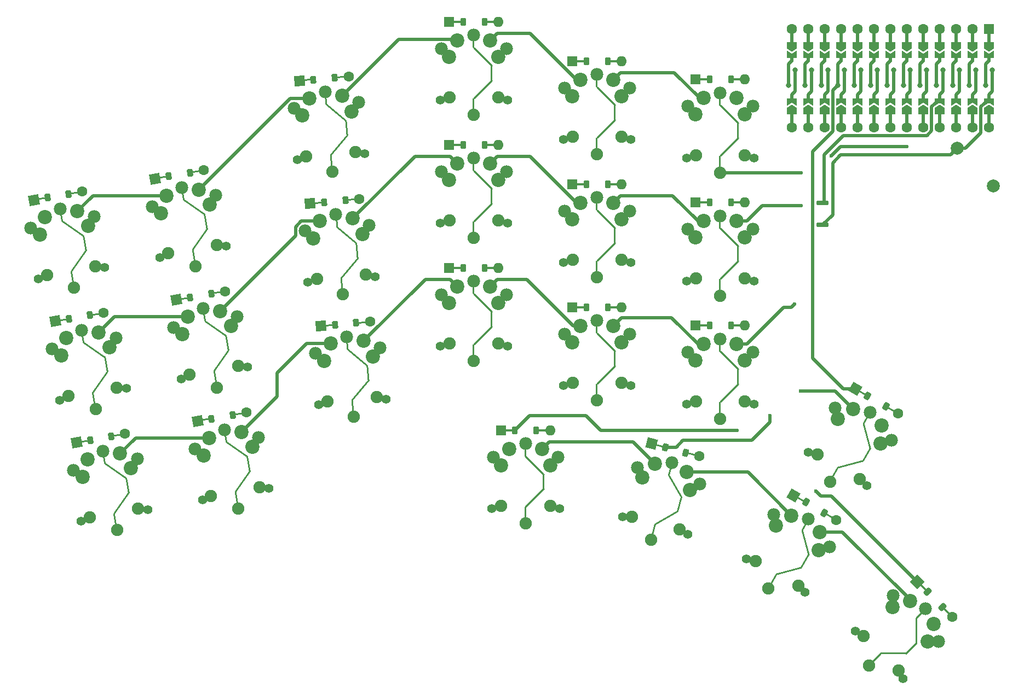
<source format=gbr>
%TF.GenerationSoftware,KiCad,Pcbnew,8.0.6*%
%TF.CreationDate,2025-05-26T15:16:57+09:00*%
%TF.ProjectId,hillside_speedrun,68696c6c-7369-4646-955f-737065656472,rev?*%
%TF.SameCoordinates,Original*%
%TF.FileFunction,Copper,L2,Bot*%
%TF.FilePolarity,Positive*%
%FSLAX46Y46*%
G04 Gerber Fmt 4.6, Leading zero omitted, Abs format (unit mm)*
G04 Created by KiCad (PCBNEW 8.0.6) date 2025-05-26 15:16:57*
%MOMM*%
%LPD*%
G01*
G04 APERTURE LIST*
G04 Aperture macros list*
%AMRoundRect*
0 Rectangle with rounded corners*
0 $1 Rounding radius*
0 $2 $3 $4 $5 $6 $7 $8 $9 X,Y pos of 4 corners*
0 Add a 4 corners polygon primitive as box body*
4,1,4,$2,$3,$4,$5,$6,$7,$8,$9,$2,$3,0*
0 Add four circle primitives for the rounded corners*
1,1,$1+$1,$2,$3*
1,1,$1+$1,$4,$5*
1,1,$1+$1,$6,$7*
1,1,$1+$1,$8,$9*
0 Add four rect primitives between the rounded corners*
20,1,$1+$1,$2,$3,$4,$5,0*
20,1,$1+$1,$4,$5,$6,$7,0*
20,1,$1+$1,$6,$7,$8,$9,0*
20,1,$1+$1,$8,$9,$2,$3,0*%
%AMHorizOval*
0 Thick line with rounded ends*
0 $1 width*
0 $2 $3 position (X,Y) of the first rounded end (center of the circle)*
0 $4 $5 position (X,Y) of the second rounded end (center of the circle)*
0 Add line between two ends*
20,1,$1,$2,$3,$4,$5,0*
0 Add two circle primitives to create the rounded ends*
1,1,$1,$2,$3*
1,1,$1,$4,$5*%
%AMRotRect*
0 Rectangle, with rotation*
0 The origin of the aperture is its center*
0 $1 length*
0 $2 width*
0 $3 Rotation angle, in degrees counterclockwise*
0 Add horizontal line*
21,1,$1,$2,0,0,$3*%
%AMFreePoly0*
4,1,6,0.150000,0.000000,0.650000,-0.750000,-0.500000,-0.750000,-0.500000,0.750000,0.650000,0.750000,0.150000,0.000000,0.150000,0.000000,$1*%
%AMFreePoly1*
4,1,6,0.500000,-0.750000,-0.500000,-0.750000,-1.000000,0.000000,-0.500000,0.750000,0.500000,0.750000,0.500000,-0.750000,0.500000,-0.750000,$1*%
G04 Aperture macros list end*
%TA.AperFunction,SMDPad,CuDef*%
%ADD10RoundRect,0.254000X-0.000010X-0.457200X0.000010X-0.457200X0.000010X0.457200X-0.000010X0.457200X0*%
%TD*%
%TA.AperFunction,SMDPad,CuDef*%
%ADD11FreePoly0,90.000000*%
%TD*%
%TA.AperFunction,SMDPad,CuDef*%
%ADD12RoundRect,0.254000X-0.255944X-0.255930X-0.255930X-0.255944X0.255944X0.255930X0.255930X0.255944X0*%
%TD*%
%TA.AperFunction,ComponentPad*%
%ADD13C,0.800000*%
%TD*%
%TA.AperFunction,SMDPad,CuDef*%
%ADD14RoundRect,0.254000X-0.000010X-1.689100X0.000010X-1.689100X0.000010X1.689100X-0.000010X1.689100X0*%
%TD*%
%TA.AperFunction,SMDPad,CuDef*%
%ADD15RoundRect,0.254000X0.000010X1.689100X-0.000010X1.689100X-0.000010X-1.689100X0.000010X-1.689100X0*%
%TD*%
%TA.AperFunction,SMDPad,CuDef*%
%ADD16RoundRect,0.254000X0.255944X0.255930X0.255930X0.255944X-0.255944X-0.255930X-0.255930X-0.255944X0*%
%TD*%
%TA.AperFunction,SMDPad,CuDef*%
%ADD17FreePoly0,270.000000*%
%TD*%
%TA.AperFunction,SMDPad,CuDef*%
%ADD18RoundRect,0.254000X0.000010X0.457200X-0.000010X0.457200X-0.000010X-0.457200X0.000010X-0.457200X0*%
%TD*%
%TA.AperFunction,SMDPad,CuDef*%
%ADD19FreePoly1,90.000000*%
%TD*%
%TA.AperFunction,SMDPad,CuDef*%
%ADD20RoundRect,0.254000X0.000010X1.016000X-0.000010X1.016000X-0.000010X-1.016000X0.000010X-1.016000X0*%
%TD*%
%TA.AperFunction,ComponentPad*%
%ADD21C,1.600000*%
%TD*%
%TA.AperFunction,ComponentPad*%
%ADD22R,1.600000X1.600000*%
%TD*%
%TA.AperFunction,SMDPad,CuDef*%
%ADD23FreePoly1,270.000000*%
%TD*%
%TA.AperFunction,ComponentPad*%
%ADD24C,2.200000*%
%TD*%
%TA.AperFunction,SMDPad,CuDef*%
%ADD25RoundRect,0.126998X0.077472X-0.885619X0.077492X-0.885617X-0.077472X0.885619X-0.077492X0.885617X0*%
%TD*%
%TA.AperFunction,ComponentPad*%
%ADD26C,1.970000*%
%TD*%
%TA.AperFunction,SMDPad,CuDef*%
%ADD27RoundRect,0.126997X0.073440X-0.839541X0.073460X-0.839539X-0.073440X0.839541X-0.073460X0.839539X0*%
%TD*%
%TA.AperFunction,ComponentPad*%
%ADD28C,1.900000*%
%TD*%
%TA.AperFunction,SMDPad,CuDef*%
%ADD29RoundRect,0.127000X-1.509101X1.266299X-1.509114X1.266284X1.509101X-1.266299X1.509114X-1.266284X0*%
%TD*%
%TA.AperFunction,SMDPad,CuDef*%
%ADD30RoundRect,0.127000X-1.266299X-1.509101X-1.266284X-1.509114X1.266299X1.509101X1.266284X1.509114X0*%
%TD*%
%TA.AperFunction,SMDPad,CuDef*%
%ADD31RoundRect,0.127000X0.099609X-1.138651X0.099629X-1.138650X-0.099609X1.138651X-0.099629X1.138650X0*%
%TD*%
%TA.AperFunction,ComponentPad*%
%ADD32RotRect,1.600000X1.600000X95.000000*%
%TD*%
%TA.AperFunction,SMDPad,CuDef*%
%ADD33RoundRect,0.041667X-0.630139X0.030529X-0.615264X-0.139488X0.630139X-0.030529X0.615264X0.139488X0*%
%TD*%
%TA.AperFunction,SMDPad,CuDef*%
%ADD34RoundRect,0.225000X0.191460X0.393183X-0.256827X0.353963X-0.191460X-0.393183X0.256827X-0.353963X0*%
%TD*%
%TA.AperFunction,ComponentPad*%
%ADD35C,1.400000*%
%TD*%
%TA.AperFunction,ComponentPad*%
%ADD36HorizOval,1.600000X0.000000X0.000000X0.000000X0.000000X0*%
%TD*%
%TA.AperFunction,SMDPad,CuDef*%
%ADD37RoundRect,0.126998X0.154364X-0.875497X0.154383X-0.875493X-0.154364X0.875497X-0.154383X0.875493X0*%
%TD*%
%TA.AperFunction,SMDPad,CuDef*%
%ADD38RoundRect,0.126997X0.146332X-0.829946X0.146351X-0.829942X-0.146332X0.829946X-0.146351X0.829942X0*%
%TD*%
%TA.AperFunction,SMDPad,CuDef*%
%ADD39RoundRect,0.127000X-1.613724X1.129954X-1.613735X1.129937X1.613724X-1.129954X1.613735X-1.129937X0*%
%TD*%
%TA.AperFunction,SMDPad,CuDef*%
%ADD40RoundRect,0.127000X-1.129954X-1.613724X-1.129937X-1.613735X1.129954X1.613724X1.129937X1.613735X0*%
%TD*%
%TA.AperFunction,SMDPad,CuDef*%
%ADD41RoundRect,0.127000X0.198470X-1.125637X0.198490X-1.125634X-0.198470X1.125637X-0.198490X1.125634X0*%
%TD*%
%TA.AperFunction,ComponentPad*%
%ADD42RotRect,1.600000X1.600000X100.000000*%
%TD*%
%TA.AperFunction,SMDPad,CuDef*%
%ADD43RoundRect,0.041667X-0.630402X-0.024507X-0.600766X-0.192581X0.630402X0.024507X0.600766X0.192581X0*%
%TD*%
%TA.AperFunction,SMDPad,CuDef*%
%ADD44RoundRect,0.225000X0.156464X0.408374X-0.286700X0.330232X-0.156464X-0.408374X0.286700X-0.330232X0*%
%TD*%
%TA.AperFunction,ComponentPad*%
%ADD45HorizOval,1.600000X0.000000X0.000000X0.000000X0.000000X0*%
%TD*%
%TA.AperFunction,SMDPad,CuDef*%
%ADD46RoundRect,0.126998X-0.628626X-0.628612X-0.628612X-0.628626X0.628626X0.628612X0.628612X0.628626X0*%
%TD*%
%TA.AperFunction,SMDPad,CuDef*%
%ADD47RoundRect,0.126997X-0.595919X-0.595905X-0.595905X-0.595919X0.595919X0.595905X0.595905X0.595919X0*%
%TD*%
%TA.AperFunction,SMDPad,CuDef*%
%ADD48RoundRect,0.127000X0.000010X1.970000X-0.000010X1.970000X-0.000010X-1.970000X0.000010X-1.970000X0*%
%TD*%
%TA.AperFunction,SMDPad,CuDef*%
%ADD49RoundRect,0.127000X-1.970000X0.000010X-1.970000X-0.000010X1.970000X-0.000010X1.970000X0.000010X0*%
%TD*%
%TA.AperFunction,SMDPad,CuDef*%
%ADD50RoundRect,0.127000X-0.808230X-0.808216X-0.808216X-0.808230X0.808230X0.808216X0.808216X0.808230X0*%
%TD*%
%TA.AperFunction,ComponentPad*%
%ADD51RotRect,1.600000X1.600000X45.000000*%
%TD*%
%TA.AperFunction,SMDPad,CuDef*%
%ADD52RoundRect,0.041667X-0.381659X0.502338X-0.502338X0.381659X0.381659X-0.502338X0.502338X-0.381659X0*%
%TD*%
%TA.AperFunction,SMDPad,CuDef*%
%ADD53RoundRect,0.225000X0.424264X0.106066X0.106066X0.424264X-0.424264X-0.106066X-0.106066X-0.424264X0*%
%TD*%
%TA.AperFunction,ComponentPad*%
%ADD54HorizOval,1.600000X0.000000X0.000000X0.000000X0.000000X0*%
%TD*%
%TA.AperFunction,SMDPad,CuDef*%
%ADD55RoundRect,0.126998X-0.444509X-0.769892X-0.444492X-0.769902X0.444509X0.769892X0.444492X0.769902X0*%
%TD*%
%TA.AperFunction,SMDPad,CuDef*%
%ADD56RoundRect,0.126997X-0.421382X-0.729835X-0.421365X-0.729845X0.421382X0.729835X0.421365X0.729845X0*%
%TD*%
%TA.AperFunction,SMDPad,CuDef*%
%ADD57RoundRect,0.127000X-0.509864X1.902876X-0.509883X1.902871X0.509864X-1.902876X0.509883X-1.902871X0*%
%TD*%
%TA.AperFunction,SMDPad,CuDef*%
%ADD58RoundRect,0.127000X-1.902876X-0.509864X-1.902871X-0.509883X1.902876X0.509864X1.902871X0.509883X0*%
%TD*%
%TA.AperFunction,SMDPad,CuDef*%
%ADD59RoundRect,0.127000X-0.571509X-0.989862X-0.571491X-0.989872X0.571509X0.989862X0.571491X0.989872X0*%
%TD*%
%TA.AperFunction,ComponentPad*%
%ADD60RotRect,1.600000X1.600000X60.000000*%
%TD*%
%TA.AperFunction,SMDPad,CuDef*%
%ADD61RoundRect,0.041667X-0.498669X0.386441X-0.584002X0.238639X0.498669X-0.386441X0.584002X-0.238639X0*%
%TD*%
%TA.AperFunction,SMDPad,CuDef*%
%ADD62RoundRect,0.225000X0.382356X0.212260X-0.007356X0.437260X-0.382356X-0.212260X0.007356X-0.437260X0*%
%TD*%
%TA.AperFunction,ComponentPad*%
%ADD63HorizOval,1.600000X0.000000X0.000000X0.000000X0.000000X0*%
%TD*%
%TA.AperFunction,SMDPad,CuDef*%
%ADD64RoundRect,0.126998X-0.230100X-0.858706X-0.230081X-0.858712X0.230100X0.858706X0.230081X0.858712X0*%
%TD*%
%TA.AperFunction,SMDPad,CuDef*%
%ADD65RoundRect,0.126997X-0.218129X-0.814029X-0.218109X-0.814034X0.218129X0.814029X0.218109X0.814034X0*%
%TD*%
%TA.AperFunction,SMDPad,CuDef*%
%ADD66RoundRect,0.127000X-0.984991X1.706075X-0.985009X1.706065X0.984991X-1.706075X0.985009X-1.706065X0*%
%TD*%
%TA.AperFunction,SMDPad,CuDef*%
%ADD67RoundRect,0.127000X-1.706075X-0.984991X-1.706065X-0.985009X1.706075X0.984991X1.706065X0.985009X0*%
%TD*%
%TA.AperFunction,SMDPad,CuDef*%
%ADD68RoundRect,0.127000X-0.295840X-1.104051X-0.295821X-1.104056X0.295840X1.104051X0.295821X1.104056X0*%
%TD*%
%TA.AperFunction,ComponentPad*%
%ADD69RotRect,1.600000X1.600000X75.000000*%
%TD*%
%TA.AperFunction,SMDPad,CuDef*%
%ADD70RoundRect,0.041667X-0.581695X0.244208X-0.625867X0.079357X0.581695X-0.244208X0.625867X-0.079357X0*%
%TD*%
%TA.AperFunction,SMDPad,CuDef*%
%ADD71RoundRect,0.225000X0.314390X0.303988X-0.120276X0.420456X-0.314390X-0.303988X0.120276X-0.420456X0*%
%TD*%
%TA.AperFunction,ComponentPad*%
%ADD72HorizOval,1.600000X0.000000X0.000000X0.000000X0.000000X0*%
%TD*%
%TA.AperFunction,SMDPad,CuDef*%
%ADD73RoundRect,0.126998X-0.000010X-0.889001X0.000010X-0.889001X0.000010X0.889001X-0.000010X0.889001X0*%
%TD*%
%TA.AperFunction,SMDPad,CuDef*%
%ADD74RoundRect,0.126997X-0.000010X-0.842747X0.000010X-0.842747X0.000010X0.842747X-0.000010X0.842747X0*%
%TD*%
%TA.AperFunction,SMDPad,CuDef*%
%ADD75RoundRect,0.127000X-1.392993X1.393007X-1.393007X1.392993X1.392993X-1.393007X1.393007X-1.392993X0*%
%TD*%
%TA.AperFunction,SMDPad,CuDef*%
%ADD76RoundRect,0.127000X-1.393007X-1.392993X-1.392993X-1.393007X1.393007X1.392993X1.392993X1.393007X0*%
%TD*%
%TA.AperFunction,SMDPad,CuDef*%
%ADD77RoundRect,0.127000X-0.000010X-1.143000X0.000010X-1.143000X0.000010X1.143000X-0.000010X1.143000X0*%
%TD*%
%TA.AperFunction,SMDPad,CuDef*%
%ADD78RoundRect,0.041667X-0.625080X0.085333X-0.625080X-0.085333X0.625080X-0.085333X0.625080X0.085333X0*%
%TD*%
%TA.AperFunction,SMDPad,CuDef*%
%ADD79RoundRect,0.225000X0.225000X0.375000X-0.225000X0.375000X-0.225000X-0.375000X0.225000X-0.375000X0*%
%TD*%
%TA.AperFunction,ComponentPad*%
%ADD80O,1.600000X1.600000*%
%TD*%
%TA.AperFunction,SMDPad,CuDef*%
%ADD81RoundRect,0.170000X-0.780000X0.170000X-0.780000X-0.170000X0.780000X-0.170000X0.780000X0.170000X0*%
%TD*%
%TA.AperFunction,ComponentPad*%
%ADD82C,0.700000*%
%TD*%
%TA.AperFunction,ComponentPad*%
%ADD83C,2.000000*%
%TD*%
%TA.AperFunction,ViaPad*%
%ADD84C,0.600000*%
%TD*%
%TA.AperFunction,Conductor*%
%ADD85C,0.508000*%
%TD*%
G04 APERTURE END LIST*
D10*
%TO.P,U101,1,TX0/D3*%
%TO.N,/ROW 0*%
X172352000Y-35733050D03*
D11*
X172352000Y-35265350D03*
D12*
X172098000Y-36444250D03*
D13*
X171844000Y-40000250D03*
D14*
X171844000Y-38381000D03*
D10*
%TO.P,U101,2,RX1/D2*%
%TO.N,/ROW 1*%
X169812000Y-35733050D03*
D11*
X169812000Y-35265350D03*
D12*
X169558000Y-36444250D03*
D13*
X169304000Y-40000250D03*
D14*
X169304000Y-38381000D03*
D10*
%TO.P,U101,3,GND*%
%TO.N,GND*%
X167272000Y-35733050D03*
D11*
X167272000Y-35265350D03*
D12*
X167018000Y-36444250D03*
D13*
X166764000Y-40000250D03*
D14*
X166764000Y-38381000D03*
D10*
%TO.P,U101,4,GND*%
X164732000Y-35733050D03*
D11*
X164732000Y-35265350D03*
D12*
X164478000Y-36444250D03*
D13*
X164224000Y-40000250D03*
D14*
X164224000Y-38381000D03*
D10*
%TO.P,U101,5,2/D1/SDA*%
%TO.N,/ROW 2*%
X162192000Y-35733050D03*
D11*
X162192000Y-35265350D03*
D12*
X161938000Y-36444250D03*
D13*
X161684000Y-40000250D03*
D14*
X161684000Y-38381000D03*
D10*
%TO.P,U101,6,3/D0/SCL*%
%TO.N,/ROW 3*%
X159652000Y-35733050D03*
D11*
X159652000Y-35265350D03*
D12*
X159398000Y-36444250D03*
D13*
X159144000Y-40000250D03*
D14*
X159144000Y-38381000D03*
D10*
%TO.P,U101,7,4/D4*%
%TO.N,/COL 0*%
X157112000Y-35733050D03*
D11*
X157112000Y-35265350D03*
D12*
X156858000Y-36444250D03*
D13*
X156604000Y-40000250D03*
D14*
X156604000Y-38381000D03*
D10*
%TO.P,U101,8,5/C6*%
%TO.N,/COL 1*%
X154572000Y-35733050D03*
D11*
X154572000Y-35265350D03*
D12*
X154318000Y-36444250D03*
D13*
X154064000Y-40000250D03*
D14*
X154064000Y-38381000D03*
D10*
%TO.P,U101,9,6/D7*%
%TO.N,/COL 2*%
X152032000Y-35733050D03*
D11*
X152032000Y-35265350D03*
D12*
X151778000Y-36444250D03*
D13*
X151524000Y-40000250D03*
D14*
X151524000Y-38381000D03*
D10*
%TO.P,U101,10,7/E6*%
%TO.N,/COL 3*%
X149492000Y-35733050D03*
D11*
X149492000Y-35265350D03*
D12*
X149238000Y-36444250D03*
D13*
X148984000Y-40000250D03*
D14*
X148984000Y-38381000D03*
D10*
%TO.P,U101,11,8/B4*%
%TO.N,/COL 4*%
X146952000Y-35733050D03*
D11*
X146952000Y-35265350D03*
D12*
X146698000Y-36444250D03*
D13*
X146444000Y-40000250D03*
D14*
X146444000Y-38381000D03*
D10*
%TO.P,U101,12,9/B5*%
%TO.N,/COL 5*%
X144412000Y-35733050D03*
D11*
X144412000Y-35265350D03*
D12*
X144158000Y-36444250D03*
D13*
X143904000Y-40000250D03*
D14*
X143904000Y-38381000D03*
D15*
%TO.P,U101,13,B6/10*%
%TO.N,unconnected-(U101-B6{slash}10-Pad13)_1*%
X144920000Y-39270000D03*
D13*
%TO.N,unconnected-(U101-B6{slash}10-Pad13)_4*%
X144920000Y-37650750D03*
D16*
%TO.N,unconnected-(U101-B6{slash}10-Pad13)_5*%
X144666000Y-41206750D03*
D17*
%TO.N,unconnected-(U101-B6{slash}10-Pad13)*%
X144412000Y-42525350D03*
D18*
%TO.N,unconnected-(U101-B6{slash}10-Pad13)_3*%
X144412000Y-41917950D03*
D15*
%TO.P,U101,14,B2/16*%
%TO.N,unconnected-(U101-B2{slash}16-Pad14)_2*%
X147460000Y-39270000D03*
D13*
%TO.N,unconnected-(U101-B2{slash}16-Pad14)_4*%
X147460000Y-37650750D03*
D16*
%TO.N,unconnected-(U101-B2{slash}16-Pad14)*%
X147206000Y-41206750D03*
D17*
%TO.N,unconnected-(U101-B2{slash}16-Pad14)_7*%
X146952000Y-42525350D03*
D18*
%TO.N,unconnected-(U101-B2{slash}16-Pad14)_1*%
X146952000Y-41917950D03*
D15*
%TO.P,U101,15,B3/14*%
%TO.N,unconnected-(U101-B3{slash}14-Pad15)_1*%
X150000000Y-39270000D03*
D13*
%TO.N,unconnected-(U101-B3{slash}14-Pad15)*%
X150000000Y-37650750D03*
D16*
%TO.N,unconnected-(U101-B3{slash}14-Pad15)_5*%
X149746000Y-41206750D03*
D17*
%TO.N,unconnected-(U101-B3{slash}14-Pad15)_3*%
X149492000Y-42525350D03*
D18*
%TO.N,unconnected-(U101-B3{slash}14-Pad15)_6*%
X149492000Y-41917950D03*
D15*
%TO.P,U101,16,B1/15*%
%TO.N,unconnected-(U101-B1{slash}15-Pad16)_3*%
X152540000Y-39270000D03*
D13*
%TO.N,unconnected-(U101-B1{slash}15-Pad16)_5*%
X152540000Y-37650750D03*
D16*
%TO.N,unconnected-(U101-B1{slash}15-Pad16)_4*%
X152286000Y-41206750D03*
D17*
%TO.N,unconnected-(U101-B1{slash}15-Pad16)_1*%
X152032000Y-42525350D03*
D18*
%TO.N,unconnected-(U101-B1{slash}15-Pad16)_2*%
X152032000Y-41917950D03*
D15*
%TO.P,U101,17,F7/A0*%
%TO.N,unconnected-(U101-F7{slash}A0-Pad17)_7*%
X155080000Y-39270000D03*
D13*
%TO.N,unconnected-(U101-F7{slash}A0-Pad17)_5*%
X155080000Y-37650750D03*
D16*
%TO.N,unconnected-(U101-F7{slash}A0-Pad17)_3*%
X154826000Y-41206750D03*
D17*
%TO.N,unconnected-(U101-F7{slash}A0-Pad17)*%
X154572000Y-42525350D03*
D18*
%TO.N,unconnected-(U101-F7{slash}A0-Pad17)_4*%
X154572000Y-41917950D03*
D15*
%TO.P,U101,18,F6/A1*%
%TO.N,unconnected-(U101-F6{slash}A1-Pad18)_6*%
X157620000Y-39270000D03*
D13*
%TO.N,unconnected-(U101-F6{slash}A1-Pad18)_7*%
X157620000Y-37650750D03*
D16*
%TO.N,unconnected-(U101-F6{slash}A1-Pad18)_4*%
X157366000Y-41206750D03*
D17*
%TO.N,unconnected-(U101-F6{slash}A1-Pad18)_2*%
X157112000Y-42525350D03*
D18*
%TO.N,unconnected-(U101-F6{slash}A1-Pad18)_1*%
X157112000Y-41917950D03*
D15*
%TO.P,U101,19,F5/A2*%
%TO.N,unconnected-(U101-F5{slash}A2-Pad19)_3*%
X160160000Y-39270000D03*
D13*
%TO.N,unconnected-(U101-F5{slash}A2-Pad19)_5*%
X160160000Y-37650750D03*
D16*
%TO.N,unconnected-(U101-F5{slash}A2-Pad19)*%
X159906000Y-41206750D03*
D17*
%TO.N,unconnected-(U101-F5{slash}A2-Pad19)_1*%
X159652000Y-42525350D03*
D18*
%TO.N,unconnected-(U101-F5{slash}A2-Pad19)_2*%
X159652000Y-41917950D03*
D15*
%TO.P,U101,20,F4/A3*%
%TO.N,unconnected-(U101-F4{slash}A3-Pad20)_1*%
X162700000Y-39270000D03*
D13*
%TO.N,unconnected-(U101-F4{slash}A3-Pad20)*%
X162700000Y-37650750D03*
D16*
%TO.N,unconnected-(U101-F4{slash}A3-Pad20)_4*%
X162446000Y-41206750D03*
D17*
%TO.N,unconnected-(U101-F4{slash}A3-Pad20)_5*%
X162192000Y-42525350D03*
D18*
%TO.N,unconnected-(U101-F4{slash}A3-Pad20)_3*%
X162192000Y-41917950D03*
D15*
%TO.P,U101,21,VCC*%
%TO.N,VCC*%
X165240000Y-39270000D03*
D13*
X165240000Y-37650750D03*
D16*
X164986000Y-41206750D03*
D17*
X164732000Y-42525350D03*
D18*
X164732000Y-41917950D03*
D15*
%TO.P,U101,22,RST*%
%TO.N,Net-(U101-RST)*%
X167780000Y-39270000D03*
D13*
X167780000Y-37650750D03*
D16*
X167526000Y-41206750D03*
D17*
X167272000Y-42525350D03*
D18*
X167272000Y-41917950D03*
D15*
%TO.P,U101,23,GND*%
%TO.N,GND*%
X170320000Y-39270000D03*
D13*
X170320000Y-37650750D03*
D16*
X170066000Y-41206750D03*
D17*
X169812000Y-42525350D03*
D18*
X169812000Y-41917950D03*
D15*
%TO.P,U101,24,RAW*%
%TO.N,unconnected-(U101-RAW-Pad24)_4*%
X172860000Y-39270000D03*
D13*
%TO.N,unconnected-(U101-RAW-Pad24)_7*%
X172860000Y-37650750D03*
D16*
%TO.N,unconnected-(U101-RAW-Pad24)_5*%
X172606000Y-41206750D03*
D17*
%TO.N,unconnected-(U101-RAW-Pad24)_2*%
X172352000Y-42525350D03*
D18*
%TO.N,unconnected-(U101-RAW-Pad24)_1*%
X172352000Y-41917950D03*
D15*
%TO.P,U101,25,BAT+*%
%TO.N,+BATT*%
X175400000Y-39270000D03*
D13*
X175400000Y-37650750D03*
D16*
X175146000Y-41206750D03*
D17*
X174892000Y-42525350D03*
D18*
X174892000Y-41917950D03*
D10*
%TO.P,U101,26,GND*%
%TO.N,GND*%
X174892000Y-35733050D03*
D11*
X174892000Y-35265350D03*
D12*
X174638000Y-36444250D03*
D13*
X174384000Y-40000250D03*
D14*
X174384000Y-38381000D03*
D19*
%TO.P,U101,100*%
%TO.N,unconnected-(U101-Pad100)_4*%
X144412000Y-33815350D03*
D20*
%TO.N,unconnected-(U101-Pad100)*%
X144412000Y-32545350D03*
D21*
%TO.N,unconnected-(U101-Pad100)_1*%
X144412000Y-31275350D03*
D19*
%TO.P,U101,101*%
%TO.N,unconnected-(U101-Pad101)*%
X146952000Y-33815350D03*
D20*
%TO.N,unconnected-(U101-Pad101)_4*%
X146952000Y-32545350D03*
D21*
%TO.N,unconnected-(U101-Pad101)_3*%
X146952000Y-31275350D03*
D19*
%TO.P,U101,102*%
%TO.N,unconnected-(U101-Pad102)_2*%
X149492000Y-33815350D03*
D20*
%TO.N,unconnected-(U101-Pad102)_4*%
X149492000Y-32545350D03*
D21*
%TO.N,unconnected-(U101-Pad102)_1*%
X149492000Y-31275350D03*
D19*
%TO.P,U101,103*%
%TO.N,unconnected-(U101-Pad103)_2*%
X152032000Y-33815350D03*
D20*
%TO.N,unconnected-(U101-Pad103)_1*%
X152032000Y-32545350D03*
D21*
%TO.N,unconnected-(U101-Pad103)_4*%
X152032000Y-31275350D03*
D19*
%TO.P,U101,104*%
%TO.N,unconnected-(U101-Pad104)_1*%
X154572000Y-33815350D03*
D20*
%TO.N,unconnected-(U101-Pad104)_2*%
X154572000Y-32545350D03*
D21*
%TO.N,unconnected-(U101-Pad104)_3*%
X154572000Y-31275350D03*
D19*
%TO.P,U101,105*%
%TO.N,unconnected-(U101-Pad105)_1*%
X157112000Y-33815350D03*
D20*
%TO.N,unconnected-(U101-Pad105)_4*%
X157112000Y-32545350D03*
D21*
%TO.N,unconnected-(U101-Pad105)*%
X157112000Y-31275350D03*
D19*
%TO.P,U101,106*%
%TO.N,unconnected-(U101-Pad106)_4*%
X159652000Y-33815350D03*
D20*
%TO.N,unconnected-(U101-Pad106)_3*%
X159652000Y-32545350D03*
D21*
%TO.N,unconnected-(U101-Pad106)_1*%
X159652000Y-31275350D03*
D19*
%TO.P,U101,107*%
%TO.N,unconnected-(U101-Pad107)_2*%
X162192000Y-33815350D03*
D20*
%TO.N,unconnected-(U101-Pad107)_4*%
X162192000Y-32545350D03*
D21*
%TO.N,unconnected-(U101-Pad107)_3*%
X162192000Y-31275350D03*
D19*
%TO.P,U101,108*%
%TO.N,unconnected-(U101-Pad108)_2*%
X164732000Y-33815350D03*
D20*
%TO.N,unconnected-(U101-Pad108)_4*%
X164732000Y-32545350D03*
D21*
%TO.N,unconnected-(U101-Pad108)*%
X164732000Y-31275350D03*
D19*
%TO.P,U101,109*%
%TO.N,unconnected-(U101-Pad109)_4*%
X167272000Y-33815350D03*
D20*
%TO.N,unconnected-(U101-Pad109)_1*%
X167272000Y-32545350D03*
D21*
%TO.N,unconnected-(U101-Pad109)*%
X167272000Y-31275350D03*
D19*
%TO.P,U101,110*%
%TO.N,unconnected-(U101-Pad110)_1*%
X169812000Y-33815350D03*
D20*
%TO.N,unconnected-(U101-Pad110)_4*%
X169812000Y-32545350D03*
D21*
%TO.N,unconnected-(U101-Pad110)_3*%
X169812000Y-31275350D03*
D19*
%TO.P,U101,111*%
%TO.N,unconnected-(U101-Pad111)_2*%
X172352000Y-33815350D03*
D20*
%TO.N,unconnected-(U101-Pad111)*%
X172352000Y-32545350D03*
D21*
%TO.N,unconnected-(U101-Pad111)_3*%
X172352000Y-31275350D03*
D19*
%TO.P,U101,112*%
%TO.N,unconnected-(U101-Pad112)_4*%
X174892000Y-33815350D03*
D20*
%TO.N,unconnected-(U101-Pad112)_3*%
X174892000Y-32545350D03*
D22*
%TO.N,unconnected-(U101-Pad112)*%
X174892000Y-31275350D03*
D21*
%TO.P,U101,113*%
%TO.N,unconnected-(U101-Pad113)_2*%
X174892000Y-46515350D03*
D20*
%TO.N,unconnected-(U101-Pad113)_4*%
X174892000Y-45245350D03*
D23*
%TO.N,unconnected-(U101-Pad113)_1*%
X174892000Y-43975350D03*
D21*
%TO.P,U101,114*%
%TO.N,unconnected-(U101-Pad114)_1*%
X172352000Y-46515350D03*
D20*
%TO.N,unconnected-(U101-Pad114)_3*%
X172352000Y-45245350D03*
D23*
%TO.N,unconnected-(U101-Pad114)_2*%
X172352000Y-43975350D03*
D21*
%TO.P,U101,115*%
%TO.N,unconnected-(U101-Pad115)*%
X169812000Y-46515350D03*
D20*
%TO.N,unconnected-(U101-Pad115)_2*%
X169812000Y-45245350D03*
D23*
%TO.N,unconnected-(U101-Pad115)_3*%
X169812000Y-43975350D03*
D21*
%TO.P,U101,116*%
%TO.N,unconnected-(U101-Pad116)_4*%
X167272000Y-46515350D03*
D20*
%TO.N,unconnected-(U101-Pad116)_2*%
X167272000Y-45245350D03*
D23*
%TO.N,unconnected-(U101-Pad116)_1*%
X167272000Y-43975350D03*
D21*
%TO.P,U101,117*%
%TO.N,unconnected-(U101-Pad117)_1*%
X164732000Y-46515350D03*
D20*
%TO.N,unconnected-(U101-Pad117)_3*%
X164732000Y-45245350D03*
D23*
%TO.N,unconnected-(U101-Pad117)_2*%
X164732000Y-43975350D03*
D21*
%TO.P,U101,118*%
%TO.N,unconnected-(U101-Pad118)_2*%
X162192000Y-46515350D03*
D20*
%TO.N,unconnected-(U101-Pad118)_4*%
X162192000Y-45245350D03*
D23*
%TO.N,unconnected-(U101-Pad118)*%
X162192000Y-43975350D03*
D21*
%TO.P,U101,119*%
%TO.N,unconnected-(U101-Pad119)*%
X159652000Y-46515350D03*
D20*
%TO.N,unconnected-(U101-Pad119)_4*%
X159652000Y-45245350D03*
D23*
%TO.N,unconnected-(U101-Pad119)_1*%
X159652000Y-43975350D03*
D21*
%TO.P,U101,120*%
%TO.N,unconnected-(U101-Pad120)_3*%
X157112000Y-46515350D03*
D20*
%TO.N,unconnected-(U101-Pad120)_2*%
X157112000Y-45245350D03*
D23*
%TO.N,unconnected-(U101-Pad120)_1*%
X157112000Y-43975350D03*
D21*
%TO.P,U101,121*%
%TO.N,unconnected-(U101-Pad121)_4*%
X154572000Y-46515350D03*
D20*
%TO.N,unconnected-(U101-Pad121)_1*%
X154572000Y-45245350D03*
D23*
%TO.N,unconnected-(U101-Pad121)*%
X154572000Y-43975350D03*
D21*
%TO.P,U101,122*%
%TO.N,unconnected-(U101-Pad122)_1*%
X152032000Y-46515350D03*
D20*
%TO.N,unconnected-(U101-Pad122)*%
X152032000Y-45245350D03*
D23*
%TO.N,unconnected-(U101-Pad122)_2*%
X152032000Y-43975350D03*
D21*
%TO.P,U101,123*%
%TO.N,unconnected-(U101-Pad123)*%
X149492000Y-46515350D03*
D20*
%TO.N,unconnected-(U101-Pad123)_4*%
X149492000Y-45245350D03*
D23*
%TO.N,unconnected-(U101-Pad123)_3*%
X149492000Y-43975350D03*
D21*
%TO.P,U101,124*%
%TO.N,unconnected-(U101-Pad124)*%
X146952000Y-46515350D03*
D20*
%TO.N,unconnected-(U101-Pad124)_1*%
X146952000Y-45245350D03*
D23*
%TO.N,unconnected-(U101-Pad124)_2*%
X146952000Y-43975350D03*
D21*
%TO.P,U101,125*%
%TO.N,unconnected-(U101-Pad125)_3*%
X144412000Y-46515350D03*
D20*
%TO.N,unconnected-(U101-Pad125)_1*%
X144412000Y-45245350D03*
D23*
%TO.N,unconnected-(U101-Pad125)*%
X144412000Y-43975350D03*
%TD*%
D24*
%TO.P,SW21,1,1*%
%TO.N,/ROW 0*%
X69793097Y-42052872D03*
D25*
X73186796Y-51699800D03*
D26*
X72251964Y-41014616D03*
D27*
X72349601Y-42130609D03*
D28*
X73332695Y-53367431D03*
D29*
X73936491Y-44240074D03*
D30*
X74379243Y-49300743D03*
D24*
X74853766Y-41610120D03*
D31*
X75549551Y-46648652D03*
D32*
%TO.P,SW21,2,2*%
%TO.N,/COL 2*%
X68277793Y-39304481D03*
D33*
X69483189Y-39199022D03*
D34*
X70429574Y-39116224D03*
D35*
%TO.P,SW21,3,3*%
%TO.N,unconnected-(SW21-Pad3)_18*%
X67932101Y-51531136D03*
D26*
%TO.N,unconnected-(SW21-Pad3)_1*%
X67454018Y-43542404D03*
D24*
%TO.N,unconnected-(SW21-Pad3)_10*%
X68749306Y-44693894D03*
D28*
%TO.N,unconnected-(SW21-Pad3)_21*%
X69311835Y-51008897D03*
D34*
%TO.N,unconnected-(SW21-Pad3)_15*%
X73718012Y-38828523D03*
D33*
%TO.N,unconnected-(SW21-Pad3)_7*%
X74563782Y-38754528D03*
D28*
%TO.N,unconnected-(SW21-Pad3)_17*%
X76882915Y-50346513D03*
D36*
%TO.N,unconnected-(SW21-Pad3)_8*%
X75868797Y-38640354D03*
D24*
%TO.N,unconnected-(SW21-Pad3)*%
X76340309Y-44029767D03*
D26*
%TO.N,unconnected-(SW21-Pad3)_16*%
X77415965Y-42670846D03*
D35*
%TO.N,unconnected-(SW21-Pad3)_3*%
X78332373Y-50621230D03*
%TD*%
D24*
%TO.P,SW16,1,1*%
%TO.N,/ROW 0*%
X47692126Y-57072337D03*
D37*
X51913695Y-66386775D03*
D26*
X50051146Y-55823728D03*
D38*
X50245676Y-56926965D03*
D28*
X52204383Y-68035344D03*
D39*
X52010380Y-58890096D03*
D40*
X52892513Y-63892919D03*
D24*
X52694949Y-56190204D03*
D41*
X53827223Y-61148921D03*
D42*
%TO.P,SW16,2,2*%
%TO.N,/COL 1*%
X45943049Y-54466472D03*
D43*
X47134667Y-54256358D03*
D44*
X48070234Y-54091392D03*
D35*
%TO.P,SW16,3,3*%
%TO.N,unconnected-(SW16-Pad3)_3*%
X46664296Y-66676730D03*
D26*
%TO.N,unconnected-(SW16-Pad3)_17*%
X45491768Y-58760065D03*
D24*
%TO.N,unconnected-(SW16-Pad3)_14*%
X46882486Y-59794282D03*
D28*
%TO.N,unconnected-(SW16-Pad3)_8*%
X47993264Y-66036227D03*
D44*
%TO.N,unconnected-(SW16-Pad3)_5*%
X51321085Y-53518179D03*
D43*
%TO.N,unconnected-(SW16-Pad3)*%
X52157186Y-53370752D03*
D28*
%TO.N,unconnected-(SW16-Pad3)_16*%
X55477803Y-64716500D03*
D45*
%TO.N,unconnected-(SW16-Pad3)_19*%
X53447285Y-53143273D03*
D24*
%TO.N,unconnected-(SW16-Pad3)_21*%
X54386721Y-58471083D03*
D26*
%TO.N,unconnected-(SW16-Pad3)_10*%
X55339846Y-57023584D03*
D35*
%TO.N,unconnected-(SW16-Pad3)_13*%
X56945689Y-64863843D03*
%TD*%
D24*
%TO.P,SW15,1,1*%
%TO.N,/ROW 0*%
X28931539Y-60380335D03*
D37*
X33153108Y-69694773D03*
D26*
X31290559Y-59131726D03*
D38*
X31485089Y-60234963D03*
D28*
X33443796Y-71343342D03*
D39*
X33249793Y-62198094D03*
D40*
X34131926Y-67200917D03*
D24*
X33934362Y-59498202D03*
D41*
X35066636Y-64456919D03*
D42*
%TO.P,SW15,2,2*%
%TO.N,/COL 0*%
X27182462Y-57774470D03*
D43*
X28374080Y-57564356D03*
D44*
X29309647Y-57399390D03*
D35*
%TO.P,SW15,3,3*%
%TO.N,unconnected-(SW15-Pad3)_5*%
X27903709Y-69984728D03*
D26*
%TO.N,unconnected-(SW15-Pad3)_1*%
X26731181Y-62068063D03*
D24*
%TO.N,unconnected-(SW15-Pad3)_15*%
X28121899Y-63102280D03*
D28*
%TO.N,unconnected-(SW15-Pad3)_4*%
X29232677Y-69344225D03*
D44*
%TO.N,unconnected-(SW15-Pad3)_13*%
X32560498Y-56826177D03*
D43*
%TO.N,unconnected-(SW15-Pad3)_19*%
X33396599Y-56678750D03*
D28*
%TO.N,unconnected-(SW15-Pad3)_16*%
X36717216Y-68024498D03*
D45*
%TO.N,unconnected-(SW15-Pad3)_6*%
X34686698Y-56451271D03*
D24*
%TO.N,unconnected-(SW15-Pad3)_7*%
X35626134Y-61779081D03*
D26*
%TO.N,unconnected-(SW15-Pad3)_14*%
X36579259Y-60331582D03*
D35*
%TO.N,unconnected-(SW15-Pad3)_18*%
X38185102Y-68171841D03*
%TD*%
D24*
%TO.P,SW23,1,1*%
%TO.N,/ROW 2*%
X73113731Y-80007890D03*
D25*
X76507430Y-89654818D03*
D26*
X75572598Y-78969634D03*
D27*
X75670235Y-80085627D03*
D28*
X76653329Y-91322449D03*
D29*
X77257125Y-82195092D03*
D30*
X77699877Y-87255761D03*
D24*
X78174400Y-79565138D03*
D31*
X78870185Y-84603670D03*
D32*
%TO.P,SW23,2,2*%
%TO.N,/COL 2*%
X71598427Y-77259499D03*
D33*
X72803823Y-77154040D03*
D34*
X73750208Y-77071242D03*
D35*
%TO.P,SW23,3,3*%
%TO.N,unconnected-(SW23-Pad3)_13*%
X71252735Y-89486154D03*
D26*
%TO.N,unconnected-(SW23-Pad3)_14*%
X70774652Y-81497422D03*
D24*
%TO.N,unconnected-(SW23-Pad3)_20*%
X72069940Y-82648912D03*
D28*
%TO.N,unconnected-(SW23-Pad3)_21*%
X72632469Y-88963915D03*
D34*
%TO.N,unconnected-(SW23-Pad3)_7*%
X77038646Y-76783541D03*
D33*
%TO.N,unconnected-(SW23-Pad3)_3*%
X77884416Y-76709546D03*
D28*
%TO.N,unconnected-(SW23-Pad3)_19*%
X80203549Y-88301531D03*
D36*
%TO.N,unconnected-(SW23-Pad3)_6*%
X79189431Y-76595372D03*
D24*
%TO.N,unconnected-(SW23-Pad3)_18*%
X79660943Y-81984785D03*
D26*
%TO.N,unconnected-(SW23-Pad3)_9*%
X80736599Y-80625864D03*
D35*
%TO.N,unconnected-(SW23-Pad3)_2*%
X81653007Y-88576248D03*
%TD*%
D24*
%TO.P,SW22,1,1*%
%TO.N,/ROW 1*%
X71453414Y-61030381D03*
D25*
X74847113Y-70677309D03*
D26*
X73912281Y-59992125D03*
D27*
X74009918Y-61108118D03*
D28*
X74993012Y-72344940D03*
D29*
X75596808Y-63217583D03*
D30*
X76039560Y-68278252D03*
D24*
X76514083Y-60587629D03*
D31*
X77209868Y-65626161D03*
D32*
%TO.P,SW22,2,2*%
%TO.N,/COL 2*%
X69938110Y-58281990D03*
D33*
X71143506Y-58176531D03*
D34*
X72089891Y-58093733D03*
D35*
%TO.P,SW22,3,3*%
%TO.N,unconnected-(SW22-Pad3)_14*%
X69592418Y-70508645D03*
D26*
%TO.N,unconnected-(SW22-Pad3)_19*%
X69114335Y-62519913D03*
D24*
%TO.N,unconnected-(SW22-Pad3)_13*%
X70409623Y-63671403D03*
D28*
%TO.N,unconnected-(SW22-Pad3)*%
X70972152Y-69986406D03*
D34*
%TO.N,unconnected-(SW22-Pad3)_17*%
X75378329Y-57806032D03*
D33*
%TO.N,unconnected-(SW22-Pad3)_3*%
X76224099Y-57732037D03*
D28*
%TO.N,unconnected-(SW22-Pad3)_12*%
X78543232Y-69324022D03*
D36*
%TO.N,unconnected-(SW22-Pad3)_2*%
X77529114Y-57617863D03*
D24*
%TO.N,unconnected-(SW22-Pad3)_7*%
X78000626Y-63007276D03*
D26*
%TO.N,unconnected-(SW22-Pad3)_18*%
X79076282Y-61648355D03*
D35*
%TO.N,unconnected-(SW22-Pad3)_16*%
X79992690Y-69598739D03*
%TD*%
D24*
%TO.P,SW20,1,1*%
%TO.N,/ROW 2*%
X54308122Y-94593512D03*
D37*
X58529691Y-103907950D03*
D26*
X56667142Y-93344903D03*
D38*
X56861672Y-94448140D03*
D28*
X58820379Y-105556519D03*
D39*
X58626376Y-96411271D03*
D40*
X59508509Y-101414094D03*
D24*
X59310945Y-93711379D03*
D41*
X60443219Y-98670096D03*
D42*
%TO.P,SW20,2,2*%
%TO.N,/COL 1*%
X52559045Y-91987647D03*
D43*
X53750663Y-91777533D03*
D44*
X54686230Y-91612567D03*
D35*
%TO.P,SW20,3,3*%
%TO.N,unconnected-(SW20-Pad3)_6*%
X53280292Y-104197905D03*
D26*
%TO.N,unconnected-(SW20-Pad3)_14*%
X52107764Y-96281240D03*
D24*
%TO.N,unconnected-(SW20-Pad3)_18*%
X53498482Y-97315457D03*
D28*
%TO.N,unconnected-(SW20-Pad3)_1*%
X54609260Y-103557402D03*
D44*
%TO.N,unconnected-(SW20-Pad3)_3*%
X57937081Y-91039354D03*
D43*
%TO.N,unconnected-(SW20-Pad3)_19*%
X58773182Y-90891927D03*
D28*
%TO.N,unconnected-(SW20-Pad3)_12*%
X62093799Y-102237675D03*
D45*
%TO.N,unconnected-(SW20-Pad3)_15*%
X60063281Y-90664448D03*
D24*
%TO.N,unconnected-(SW20-Pad3)_16*%
X61002717Y-95992258D03*
D26*
%TO.N,unconnected-(SW20-Pad3)_10*%
X61955842Y-94544759D03*
D35*
%TO.N,unconnected-(SW20-Pad3)_11*%
X63561685Y-102385018D03*
%TD*%
D24*
%TO.P,SW19,1,1*%
%TO.N,/ROW 2*%
X35547534Y-97901510D03*
D37*
X39769103Y-107215948D03*
D26*
X37906554Y-96652901D03*
D38*
X38101084Y-97756138D03*
D28*
X40059791Y-108864517D03*
D39*
X39865788Y-99719269D03*
D40*
X40747921Y-104722092D03*
D24*
X40550357Y-97019377D03*
D41*
X41682631Y-101978094D03*
D42*
%TO.P,SW19,2,2*%
%TO.N,/COL 0*%
X33798457Y-95295645D03*
D43*
X34990075Y-95085531D03*
D44*
X35925642Y-94920565D03*
D35*
%TO.P,SW19,3,3*%
%TO.N,unconnected-(SW19-Pad3)_9*%
X34519704Y-107505903D03*
D26*
%TO.N,unconnected-(SW19-Pad3)_10*%
X33347176Y-99589238D03*
D24*
%TO.N,unconnected-(SW19-Pad3)_11*%
X34737894Y-100623455D03*
D28*
%TO.N,unconnected-(SW19-Pad3)_20*%
X35848672Y-106865400D03*
D44*
%TO.N,unconnected-(SW19-Pad3)*%
X39176493Y-94347352D03*
D43*
%TO.N,unconnected-(SW19-Pad3)_13*%
X40012594Y-94199925D03*
D28*
%TO.N,unconnected-(SW19-Pad3)_14*%
X43333211Y-105545673D03*
D45*
%TO.N,unconnected-(SW19-Pad3)_18*%
X41302693Y-93972446D03*
D24*
%TO.N,unconnected-(SW19-Pad3)_4*%
X42242129Y-99300256D03*
D26*
%TO.N,unconnected-(SW19-Pad3)_12*%
X43195254Y-97852757D03*
D35*
%TO.N,unconnected-(SW19-Pad3)_8*%
X44801097Y-105693016D03*
%TD*%
D24*
%TO.P,SW18,1,1*%
%TO.N,/ROW 1*%
X51000124Y-75832925D03*
D37*
X55221693Y-85147363D03*
D26*
X53359144Y-74584316D03*
D38*
X53553674Y-75687553D03*
D28*
X55512381Y-86795932D03*
D39*
X55318378Y-77650684D03*
D40*
X56200511Y-82653507D03*
D24*
X56002947Y-74950792D03*
D41*
X57135221Y-79909509D03*
D42*
%TO.P,SW18,2,2*%
%TO.N,/COL 1*%
X49251047Y-73227060D03*
D43*
X50442665Y-73016946D03*
D44*
X51378232Y-72851980D03*
D35*
%TO.P,SW18,3,3*%
%TO.N,unconnected-(SW18-Pad3)_11*%
X49972294Y-85437318D03*
D26*
%TO.N,unconnected-(SW18-Pad3)*%
X48799766Y-77520653D03*
D24*
%TO.N,unconnected-(SW18-Pad3)_16*%
X50190484Y-78554870D03*
D28*
%TO.N,unconnected-(SW18-Pad3)_4*%
X51301262Y-84796815D03*
D44*
%TO.N,unconnected-(SW18-Pad3)_1*%
X54629083Y-72278767D03*
D43*
%TO.N,unconnected-(SW18-Pad3)_18*%
X55465184Y-72131340D03*
D28*
%TO.N,unconnected-(SW18-Pad3)_9*%
X58785801Y-83477088D03*
D45*
%TO.N,unconnected-(SW18-Pad3)_14*%
X56755283Y-71903861D03*
D24*
%TO.N,unconnected-(SW18-Pad3)_13*%
X57694719Y-77231671D03*
D26*
%TO.N,unconnected-(SW18-Pad3)_21*%
X58647844Y-75784172D03*
D35*
%TO.N,unconnected-(SW18-Pad3)_19*%
X60253687Y-83624431D03*
%TD*%
D24*
%TO.P,SW17,1,1*%
%TO.N,/ROW 1*%
X32239536Y-79140923D03*
D37*
X36461105Y-88455361D03*
D26*
X34598556Y-77892314D03*
D38*
X34793086Y-78995551D03*
D28*
X36751793Y-90103930D03*
D39*
X36557790Y-80958682D03*
D40*
X37439923Y-85961505D03*
D24*
X37242359Y-78258790D03*
D41*
X38374633Y-83217507D03*
D42*
%TO.P,SW17,2,2*%
%TO.N,/COL 0*%
X30490459Y-76535058D03*
D43*
X31682077Y-76324944D03*
D44*
X32617644Y-76159978D03*
D35*
%TO.P,SW17,3,3*%
%TO.N,unconnected-(SW17-Pad3)_9*%
X31211706Y-88745316D03*
D26*
%TO.N,unconnected-(SW17-Pad3)_6*%
X30039178Y-80828651D03*
D24*
%TO.N,unconnected-(SW17-Pad3)_4*%
X31429896Y-81862868D03*
D28*
%TO.N,unconnected-(SW17-Pad3)_1*%
X32540674Y-88104813D03*
D44*
%TO.N,unconnected-(SW17-Pad3)_10*%
X35868495Y-75586765D03*
D43*
%TO.N,unconnected-(SW17-Pad3)_21*%
X36704596Y-75439338D03*
D28*
%TO.N,unconnected-(SW17-Pad3)_5*%
X40025213Y-86785086D03*
D45*
%TO.N,unconnected-(SW17-Pad3)_18*%
X37994695Y-75211859D03*
D24*
%TO.N,unconnected-(SW17-Pad3)_2*%
X38934131Y-80539669D03*
D26*
%TO.N,unconnected-(SW17-Pad3)_16*%
X39887256Y-79092170D03*
D35*
%TO.N,unconnected-(SW17-Pad3)_19*%
X41493099Y-86932429D03*
%TD*%
D24*
%TO.P,SW14,1,1*%
%TO.N,/ROW 3*%
X162700295Y-119838602D03*
D46*
X157491747Y-128639252D03*
D26*
X165076174Y-121054826D03*
D47*
X164284033Y-121846967D03*
D28*
X156308050Y-129822950D03*
D48*
X163688123Y-124418533D03*
D49*
X160096021Y-128010635D03*
D24*
X166292398Y-123430705D03*
D50*
X162879900Y-127202412D03*
D51*
%TO.P,SW14,2,2*%
%TO.N,/COL 4*%
X163831666Y-116911180D03*
D52*
X164687265Y-117766779D03*
D53*
X165359017Y-118438531D03*
D35*
%TO.P,SW14,3,3*%
%TO.N,unconnected-(SW14-Pad3)_4*%
X154243298Y-124505507D03*
D26*
%TO.N,unconnected-(SW14-Pad3)_6*%
X160055716Y-119004216D03*
D24*
%TO.N,unconnected-(SW14-Pad3)_21*%
X160006218Y-120736628D03*
D28*
%TO.N,unconnected-(SW14-Pad3)_11*%
X155530232Y-125226756D03*
D53*
%TO.N,unconnected-(SW14-Pad3)_9*%
X167693176Y-120772690D03*
D52*
%TO.N,unconnected-(SW14-Pad3)_19*%
X168293510Y-121373024D03*
D28*
%TO.N,unconnected-(SW14-Pad3)_1*%
X160904244Y-130600768D03*
D54*
%TO.N,unconnected-(SW14-Pad3)_16*%
X169219820Y-122299334D03*
D24*
%TO.N,unconnected-(SW14-Pad3)_20*%
X165394372Y-126124782D03*
D26*
%TO.N,unconnected-(SW14-Pad3)_5*%
X167126784Y-126075284D03*
D35*
%TO.N,unconnected-(SW14-Pad3)_13*%
X161625493Y-131887702D03*
%TD*%
D24*
%TO.P,SW13,1,1*%
%TO.N,/ROW 3*%
X144358295Y-106600076D03*
D55*
X141605000Y-116448922D03*
D26*
X146968000Y-107159935D03*
D56*
X146407872Y-108130105D03*
D28*
X140768000Y-117898650D03*
D57*
X146497837Y-110768280D03*
D58*
X143957837Y-115167690D03*
D24*
X148757705Y-109140076D03*
D59*
X146437675Y-113666485D03*
D60*
%TO.P,SW13,2,2*%
%TO.N,/COL 3*%
X144693443Y-103479583D03*
D61*
X145741334Y-104084583D03*
D62*
X146564058Y-104559583D03*
D35*
%TO.P,SW13,3,3*%
%TO.N,unconnected-(SW13-Pad3)_4*%
X137397347Y-113296792D03*
D26*
%TO.N,unconnected-(SW13-Pad3)_17*%
X141587873Y-106478588D03*
D24*
%TO.N,unconnected-(SW13-Pad3)_7*%
X141988443Y-108164780D03*
D28*
%TO.N,unconnected-(SW13-Pad3)_21*%
X138827103Y-113660382D03*
D62*
%TO.N,unconnected-(SW13-Pad3)_16*%
X149422808Y-106210083D03*
D61*
%TO.N,unconnected-(SW13-Pad3)_3*%
X150158064Y-106634583D03*
D28*
%TO.N,unconnected-(SW13-Pad3)_14*%
X145408897Y-117460382D03*
D63*
%TO.N,unconnected-(SW13-Pad3)_6*%
X151292557Y-107289583D03*
D24*
%TO.N,unconnected-(SW13-Pad3)_5*%
X148587557Y-111974780D03*
D26*
%TO.N,unconnected-(SW13-Pad3)_19*%
X150248127Y-111478588D03*
D35*
%TO.N,unconnected-(SW13-Pad3)_12*%
X146438653Y-118516792D03*
%TD*%
D24*
%TO.P,SW12,1,1*%
%TO.N,/ROW 3*%
X153883295Y-90102292D03*
D55*
X151130000Y-99951138D03*
D26*
X156493000Y-90662151D03*
D56*
X155932872Y-91632321D03*
D28*
X150293000Y-101400866D03*
D57*
X156022837Y-94270496D03*
D58*
X153482837Y-98669906D03*
D24*
X158282705Y-92642292D03*
D59*
X155962675Y-97168701D03*
D60*
%TO.P,SW12,2,2*%
%TO.N,/COL 2*%
X154218443Y-86981799D03*
D61*
X155266334Y-87586799D03*
D62*
X156089058Y-88061799D03*
D35*
%TO.P,SW12,3,3*%
%TO.N,unconnected-(SW12-Pad3)_9*%
X146922347Y-96799008D03*
D26*
%TO.N,unconnected-(SW12-Pad3)_14*%
X151112873Y-89980804D03*
D24*
%TO.N,unconnected-(SW12-Pad3)_8*%
X151513443Y-91666996D03*
D28*
%TO.N,unconnected-(SW12-Pad3)_6*%
X148352103Y-97162598D03*
D62*
%TO.N,unconnected-(SW12-Pad3)_20*%
X158947808Y-89712299D03*
D61*
%TO.N,unconnected-(SW12-Pad3)_2*%
X159683064Y-90136799D03*
D28*
%TO.N,unconnected-(SW12-Pad3)_10*%
X154933897Y-100962598D03*
D63*
%TO.N,unconnected-(SW12-Pad3)_18*%
X160817557Y-90791799D03*
D24*
%TO.N,unconnected-(SW12-Pad3)_21*%
X158112557Y-95476996D03*
D26*
%TO.N,unconnected-(SW12-Pad3)_13*%
X159773127Y-94980804D03*
D35*
%TO.N,unconnected-(SW12-Pad3)_7*%
X155963653Y-102019008D03*
%TD*%
D24*
%TO.P,SW11,1,1*%
%TO.N,/ROW 3*%
X123214901Y-98559900D03*
D64*
X123104491Y-108785761D03*
D26*
X125880584Y-98425242D03*
D65*
X125590641Y-99507326D03*
D28*
X122671228Y-110402722D03*
D66*
X126360351Y-102032323D03*
D67*
X125045550Y-106939226D03*
D24*
X128121804Y-99874701D03*
D68*
X127052349Y-104847344D03*
D69*
%TO.P,SW11,2,2*%
%TO.N,/COL 1*%
X122730986Y-95458993D03*
D70*
X123899756Y-95772164D03*
D71*
X124817386Y-96018042D03*
D35*
%TO.P,SW11,3,3*%
%TO.N,unconnected-(SW11-Pad3)_7*%
X118224379Y-106830057D03*
D26*
%TO.N,unconnected-(SW11-Pad3)_19*%
X120507435Y-99159591D03*
D24*
%TO.N,unconnected-(SW11-Pad3)_2*%
X121330775Y-100684652D03*
D28*
%TO.N,unconnected-(SW11-Pad3)_9*%
X119699521Y-106811210D03*
D71*
%TO.N,unconnected-(SW11-Pad3)_5*%
X128005907Y-96872404D03*
D70*
%TO.N,unconnected-(SW11-Pad3)_12*%
X128825978Y-97092141D03*
D28*
%TO.N,unconnected-(SW11-Pad3)_16*%
X127040558Y-108778235D03*
D72*
%TO.N,unconnected-(SW11-Pad3)_18*%
X130091341Y-97431194D03*
D24*
%TO.N,unconnected-(SW11-Pad3)_1*%
X128691130Y-102656853D03*
D26*
%TO.N,unconnected-(SW11-Pad3)_17*%
X130166694Y-101747781D03*
D35*
%TO.N,unconnected-(SW11-Pad3)_11*%
X128308645Y-109532128D03*
%TD*%
D24*
%TO.P,SW10,1,1*%
%TO.N,/ROW 3*%
X100711000Y-96266000D03*
D73*
X103250999Y-106171999D03*
D26*
X103251000Y-95446000D03*
D74*
X103251000Y-96566256D03*
D28*
X103251000Y-107846000D03*
D75*
X104648000Y-98806000D03*
D76*
X104648000Y-103886000D03*
D24*
X105791000Y-96266000D03*
D77*
X106045000Y-101346000D03*
D22*
%TO.P,SW10,2,2*%
%TO.N,/COL 0*%
X99441000Y-93396000D03*
D78*
X100651000Y-93396000D03*
D79*
X101601000Y-93396000D03*
D35*
%TO.P,SW10,3,3*%
%TO.N,unconnected-(SW10-Pad3)_1*%
X98031000Y-105546000D03*
D26*
%TO.N,unconnected-(SW10-Pad3)_12*%
X98251000Y-97546000D03*
D24*
%TO.N,unconnected-(SW10-Pad3)_10*%
X99441000Y-98806000D03*
D28*
%TO.N,unconnected-(SW10-Pad3)_15*%
X99451000Y-105146000D03*
D79*
%TO.N,unconnected-(SW10-Pad3)_14*%
X104902000Y-93396000D03*
D78*
%TO.N,unconnected-(SW10-Pad3)_17*%
X105751000Y-93396000D03*
D28*
%TO.N,unconnected-(SW10-Pad3)_13*%
X107051000Y-105146000D03*
D80*
%TO.N,unconnected-(SW10-Pad3)_18*%
X107061000Y-93396000D03*
D24*
%TO.N,unconnected-(SW10-Pad3)_5*%
X107061000Y-98806000D03*
D26*
%TO.N,unconnected-(SW10-Pad3)_6*%
X108251000Y-97546000D03*
D35*
%TO.N,unconnected-(SW10-Pad3)_16*%
X108471000Y-105546000D03*
%TD*%
D24*
%TO.P,SW9,1,1*%
%TO.N,/ROW 2*%
X130810000Y-80073500D03*
D73*
X133349999Y-89979499D03*
D26*
X133350000Y-79253500D03*
D74*
X133350000Y-80373756D03*
D28*
X133350000Y-91653500D03*
D75*
X134747000Y-82613500D03*
D76*
X134747000Y-87693500D03*
D24*
X135890000Y-80073500D03*
D77*
X136144000Y-85153500D03*
D22*
%TO.P,SW9,2,2*%
%TO.N,/COL 5*%
X129540000Y-77203500D03*
D78*
X130750000Y-77203500D03*
D79*
X131700000Y-77203500D03*
D35*
%TO.P,SW9,3,3*%
%TO.N,unconnected-(SW9-Pad3)_7*%
X128130000Y-89353500D03*
D26*
%TO.N,unconnected-(SW9-Pad3)_9*%
X128350000Y-81353500D03*
D24*
%TO.N,unconnected-(SW9-Pad3)_10*%
X129540000Y-82613500D03*
D28*
%TO.N,unconnected-(SW9-Pad3)_13*%
X129550000Y-88953500D03*
D79*
%TO.N,unconnected-(SW9-Pad3)_4*%
X135001000Y-77203500D03*
D78*
%TO.N,unconnected-(SW9-Pad3)_2*%
X135850000Y-77203500D03*
D28*
%TO.N,unconnected-(SW9-Pad3)_15*%
X137150000Y-88953500D03*
D80*
%TO.N,unconnected-(SW9-Pad3)_16*%
X137160000Y-77203500D03*
D24*
%TO.N,unconnected-(SW9-Pad3)*%
X137160000Y-82613500D03*
D26*
%TO.N,unconnected-(SW9-Pad3)_5*%
X138350000Y-81353500D03*
D35*
%TO.N,unconnected-(SW9-Pad3)_6*%
X138570000Y-89353500D03*
%TD*%
D24*
%TO.P,SW8,1,1*%
%TO.N,/ROW 2*%
X111760000Y-77216000D03*
D73*
X114299999Y-87121999D03*
D26*
X114300000Y-76396000D03*
D74*
X114300000Y-77516256D03*
D28*
X114300000Y-88796000D03*
D75*
X115697000Y-79756000D03*
D76*
X115697000Y-84836000D03*
D24*
X116840000Y-77216000D03*
D77*
X117094000Y-82296000D03*
D22*
%TO.P,SW8,2,2*%
%TO.N,/COL 4*%
X110490000Y-74346000D03*
D78*
X111700000Y-74346000D03*
D79*
X112650000Y-74346000D03*
D35*
%TO.P,SW8,3,3*%
%TO.N,unconnected-(SW8-Pad3)_20*%
X109080000Y-86496000D03*
D26*
%TO.N,unconnected-(SW8-Pad3)_14*%
X109300000Y-78496000D03*
D24*
%TO.N,unconnected-(SW8-Pad3)_13*%
X110490000Y-79756000D03*
D28*
%TO.N,unconnected-(SW8-Pad3)_11*%
X110500000Y-86096000D03*
D79*
%TO.N,unconnected-(SW8-Pad3)_1*%
X115951000Y-74346000D03*
D78*
%TO.N,unconnected-(SW8-Pad3)*%
X116800000Y-74346000D03*
D28*
%TO.N,unconnected-(SW8-Pad3)_15*%
X118100000Y-86096000D03*
D80*
%TO.N,unconnected-(SW8-Pad3)_7*%
X118110000Y-74346000D03*
D24*
%TO.N,unconnected-(SW8-Pad3)_12*%
X118110000Y-79756000D03*
D26*
%TO.N,unconnected-(SW8-Pad3)_2*%
X119300000Y-78496000D03*
D35*
%TO.N,unconnected-(SW8-Pad3)_16*%
X119520000Y-86496000D03*
%TD*%
D24*
%TO.P,SW7,1,1*%
%TO.N,/ROW 2*%
X92710000Y-71120000D03*
D73*
X95249999Y-81025999D03*
D26*
X95250000Y-70300000D03*
D74*
X95250000Y-71420256D03*
D28*
X95250000Y-82700000D03*
D75*
X96647000Y-73660000D03*
D76*
X96647000Y-78740000D03*
D24*
X97790000Y-71120000D03*
D77*
X98044000Y-76200000D03*
D22*
%TO.P,SW7,2,2*%
%TO.N,/COL 3*%
X91440000Y-68250000D03*
D78*
X92650000Y-68250000D03*
D79*
X93600000Y-68250000D03*
D35*
%TO.P,SW7,3,3*%
%TO.N,unconnected-(SW7-Pad3)_18*%
X90030000Y-80400000D03*
D26*
%TO.N,unconnected-(SW7-Pad3)_21*%
X90250000Y-72400000D03*
D24*
%TO.N,unconnected-(SW7-Pad3)_1*%
X91440000Y-73660000D03*
D28*
%TO.N,unconnected-(SW7-Pad3)_9*%
X91450000Y-80000000D03*
D79*
%TO.N,unconnected-(SW7-Pad3)_12*%
X96901000Y-68250000D03*
D78*
%TO.N,unconnected-(SW7-Pad3)_11*%
X97750000Y-68250000D03*
D28*
%TO.N,unconnected-(SW7-Pad3)*%
X99050000Y-80000000D03*
D80*
%TO.N,unconnected-(SW7-Pad3)_15*%
X99060000Y-68250000D03*
D24*
%TO.N,unconnected-(SW7-Pad3)_10*%
X99060000Y-73660000D03*
D26*
%TO.N,unconnected-(SW7-Pad3)_3*%
X100250000Y-72400000D03*
D35*
%TO.N,unconnected-(SW7-Pad3)_19*%
X100470000Y-80400000D03*
%TD*%
D24*
%TO.P,SW6,1,1*%
%TO.N,/ROW 1*%
X130810000Y-61023500D03*
D73*
X133349999Y-70929499D03*
D26*
X133350000Y-60203500D03*
D74*
X133350000Y-61323756D03*
D28*
X133350000Y-72603500D03*
D75*
X134747000Y-63563500D03*
D76*
X134747000Y-68643500D03*
D24*
X135890000Y-61023500D03*
D77*
X136144000Y-66103500D03*
D22*
%TO.P,SW6,2,2*%
%TO.N,/COL 5*%
X129540000Y-58153500D03*
D78*
X130750000Y-58153500D03*
D79*
X131700000Y-58153500D03*
D35*
%TO.P,SW6,3,3*%
%TO.N,unconnected-(SW6-Pad3)_7*%
X128130000Y-70303500D03*
D26*
%TO.N,unconnected-(SW6-Pad3)_6*%
X128350000Y-62303500D03*
D24*
%TO.N,unconnected-(SW6-Pad3)_2*%
X129540000Y-63563500D03*
D28*
%TO.N,unconnected-(SW6-Pad3)_15*%
X129550000Y-69903500D03*
D79*
%TO.N,unconnected-(SW6-Pad3)_10*%
X135001000Y-58153500D03*
D78*
%TO.N,unconnected-(SW6-Pad3)_19*%
X135850000Y-58153500D03*
D28*
%TO.N,unconnected-(SW6-Pad3)_16*%
X137150000Y-69903500D03*
D80*
%TO.N,unconnected-(SW6-Pad3)_8*%
X137160000Y-58153500D03*
D24*
%TO.N,unconnected-(SW6-Pad3)_3*%
X137160000Y-63563500D03*
D26*
%TO.N,unconnected-(SW6-Pad3)_17*%
X138350000Y-62303500D03*
D35*
%TO.N,unconnected-(SW6-Pad3)_4*%
X138570000Y-70303500D03*
%TD*%
D24*
%TO.P,SW5,1,1*%
%TO.N,/ROW 1*%
X111760000Y-58166000D03*
D73*
X114299999Y-68071999D03*
D26*
X114300000Y-57346000D03*
D74*
X114300000Y-58466256D03*
D28*
X114300000Y-69746000D03*
D75*
X115697000Y-60706000D03*
D76*
X115697000Y-65786000D03*
D24*
X116840000Y-58166000D03*
D77*
X117094000Y-63246000D03*
D22*
%TO.P,SW5,2,2*%
%TO.N,/COL 4*%
X110490000Y-55296000D03*
D78*
X111700000Y-55296000D03*
D79*
X112650000Y-55296000D03*
D35*
%TO.P,SW5,3,3*%
%TO.N,unconnected-(SW5-Pad3)_5*%
X109080000Y-67446000D03*
D26*
%TO.N,unconnected-(SW5-Pad3)_20*%
X109300000Y-59446000D03*
D24*
%TO.N,unconnected-(SW5-Pad3)_1*%
X110490000Y-60706000D03*
D28*
%TO.N,unconnected-(SW5-Pad3)_12*%
X110500000Y-67046000D03*
D79*
%TO.N,unconnected-(SW5-Pad3)_19*%
X115951000Y-55296000D03*
D78*
%TO.N,unconnected-(SW5-Pad3)_11*%
X116800000Y-55296000D03*
D28*
%TO.N,unconnected-(SW5-Pad3)_17*%
X118100000Y-67046000D03*
D80*
%TO.N,unconnected-(SW5-Pad3)_16*%
X118110000Y-55296000D03*
D24*
%TO.N,unconnected-(SW5-Pad3)_15*%
X118110000Y-60706000D03*
D26*
%TO.N,unconnected-(SW5-Pad3)_7*%
X119300000Y-59446000D03*
D35*
%TO.N,unconnected-(SW5-Pad3)*%
X119520000Y-67446000D03*
%TD*%
D24*
%TO.P,SW4,1,1*%
%TO.N,/ROW 1*%
X92710000Y-52070000D03*
D73*
X95249999Y-61975999D03*
D26*
X95250000Y-51250000D03*
D74*
X95250000Y-52370256D03*
D28*
X95250000Y-63650000D03*
D75*
X96647000Y-54610000D03*
D76*
X96647000Y-59690000D03*
D24*
X97790000Y-52070000D03*
D77*
X98044000Y-57150000D03*
D22*
%TO.P,SW4,2,2*%
%TO.N,/COL 3*%
X91440000Y-49200000D03*
D78*
X92650000Y-49200000D03*
D79*
X93600000Y-49200000D03*
D35*
%TO.P,SW4,3,3*%
%TO.N,unconnected-(SW4-Pad3)_1*%
X90030000Y-61350000D03*
D26*
%TO.N,unconnected-(SW4-Pad3)_20*%
X90250000Y-53350000D03*
D24*
%TO.N,unconnected-(SW4-Pad3)_10*%
X91440000Y-54610000D03*
D28*
%TO.N,unconnected-(SW4-Pad3)_19*%
X91450000Y-60950000D03*
D79*
%TO.N,unconnected-(SW4-Pad3)_9*%
X96901000Y-49200000D03*
D78*
%TO.N,unconnected-(SW4-Pad3)_21*%
X97750000Y-49200000D03*
D28*
%TO.N,unconnected-(SW4-Pad3)_8*%
X99050000Y-60950000D03*
D80*
%TO.N,unconnected-(SW4-Pad3)_13*%
X99060000Y-49200000D03*
D24*
%TO.N,unconnected-(SW4-Pad3)_12*%
X99060000Y-54610000D03*
D26*
%TO.N,unconnected-(SW4-Pad3)_2*%
X100250000Y-53350000D03*
D35*
%TO.N,unconnected-(SW4-Pad3)_16*%
X100470000Y-61350000D03*
%TD*%
D24*
%TO.P,SW3,1,1*%
%TO.N,/ROW 0*%
X130810000Y-41973500D03*
D73*
X133349999Y-51879499D03*
D26*
X133350000Y-41153500D03*
D74*
X133350000Y-42273756D03*
D28*
X133350000Y-53553500D03*
D75*
X134747000Y-44513500D03*
D76*
X134747000Y-49593500D03*
D24*
X135890000Y-41973500D03*
D77*
X136144000Y-47053500D03*
D22*
%TO.P,SW3,2,2*%
%TO.N,/COL 5*%
X129540000Y-39103500D03*
D78*
X130750000Y-39103500D03*
D79*
X131700000Y-39103500D03*
D35*
%TO.P,SW3,3,3*%
%TO.N,unconnected-(SW3-Pad3)_6*%
X128130000Y-51253500D03*
D26*
%TO.N,unconnected-(SW3-Pad3)_3*%
X128350000Y-43253500D03*
D24*
%TO.N,unconnected-(SW3-Pad3)_10*%
X129540000Y-44513500D03*
D28*
%TO.N,unconnected-(SW3-Pad3)*%
X129550000Y-50853500D03*
D79*
%TO.N,unconnected-(SW3-Pad3)_19*%
X135001000Y-39103500D03*
D78*
%TO.N,unconnected-(SW3-Pad3)_12*%
X135850000Y-39103500D03*
D28*
%TO.N,unconnected-(SW3-Pad3)_14*%
X137150000Y-50853500D03*
D80*
%TO.N,unconnected-(SW3-Pad3)_20*%
X137160000Y-39103500D03*
D24*
%TO.N,unconnected-(SW3-Pad3)_5*%
X137160000Y-44513500D03*
D26*
%TO.N,unconnected-(SW3-Pad3)_13*%
X138350000Y-43253500D03*
D35*
%TO.N,unconnected-(SW3-Pad3)_18*%
X138570000Y-51253500D03*
%TD*%
D24*
%TO.P,SW2,1,1*%
%TO.N,/ROW 0*%
X111760000Y-39116000D03*
D73*
X114299999Y-49021999D03*
D26*
X114300000Y-38296000D03*
D74*
X114300000Y-39416256D03*
D28*
X114300000Y-50696000D03*
D75*
X115697000Y-41656000D03*
D76*
X115697000Y-46736000D03*
D24*
X116840000Y-39116000D03*
D77*
X117094000Y-44196000D03*
D22*
%TO.P,SW2,2,2*%
%TO.N,/COL 4*%
X110490000Y-36246000D03*
D78*
X111700000Y-36246000D03*
D79*
X112650000Y-36246000D03*
D35*
%TO.P,SW2,3,3*%
%TO.N,unconnected-(SW2-Pad3)_5*%
X109080000Y-48396000D03*
D26*
%TO.N,unconnected-(SW2-Pad3)_8*%
X109300000Y-40396000D03*
D24*
%TO.N,unconnected-(SW2-Pad3)_18*%
X110490000Y-41656000D03*
D28*
%TO.N,unconnected-(SW2-Pad3)_17*%
X110500000Y-47996000D03*
D79*
%TO.N,unconnected-(SW2-Pad3)_16*%
X115951000Y-36246000D03*
D78*
%TO.N,unconnected-(SW2-Pad3)_21*%
X116800000Y-36246000D03*
D28*
%TO.N,unconnected-(SW2-Pad3)_19*%
X118100000Y-47996000D03*
D80*
%TO.N,unconnected-(SW2-Pad3)_9*%
X118110000Y-36246000D03*
D24*
%TO.N,unconnected-(SW2-Pad3)_11*%
X118110000Y-41656000D03*
D26*
%TO.N,unconnected-(SW2-Pad3)*%
X119300000Y-40396000D03*
D35*
%TO.N,unconnected-(SW2-Pad3)_2*%
X119520000Y-48396000D03*
%TD*%
D24*
%TO.P,SW1,1,1*%
%TO.N,/ROW 0*%
X92710000Y-33020000D03*
D73*
X95249999Y-42925999D03*
D26*
X95250000Y-32200000D03*
D74*
X95250000Y-33320256D03*
D28*
X95250000Y-44600000D03*
D75*
X96647000Y-35560000D03*
D76*
X96647000Y-40640000D03*
D24*
X97790000Y-33020000D03*
D77*
X98044000Y-38100000D03*
D22*
%TO.P,SW1,2,2*%
%TO.N,/COL 3*%
X91440000Y-30150000D03*
D78*
X92650000Y-30150000D03*
D79*
X93600000Y-30150000D03*
D35*
%TO.P,SW1,3,3*%
%TO.N,unconnected-(SW1-Pad3)_19*%
X90030000Y-42300000D03*
D26*
%TO.N,unconnected-(SW1-Pad3)_13*%
X90250000Y-34300000D03*
D24*
%TO.N,unconnected-(SW1-Pad3)_11*%
X91440000Y-35560000D03*
D28*
%TO.N,unconnected-(SW1-Pad3)*%
X91450000Y-41900000D03*
D79*
%TO.N,unconnected-(SW1-Pad3)_9*%
X96901000Y-30150000D03*
D78*
%TO.N,unconnected-(SW1-Pad3)_7*%
X97750000Y-30150000D03*
D28*
%TO.N,unconnected-(SW1-Pad3)_15*%
X99050000Y-41900000D03*
D80*
%TO.N,unconnected-(SW1-Pad3)_17*%
X99060000Y-30150000D03*
D24*
%TO.N,unconnected-(SW1-Pad3)_2*%
X99060000Y-35560000D03*
D26*
%TO.N,unconnected-(SW1-Pad3)_16*%
X100250000Y-34300000D03*
D35*
%TO.N,unconnected-(SW1-Pad3)_5*%
X100470000Y-42300000D03*
%TD*%
D81*
%TO.P,MSW1,1,1*%
%TO.N,Net-(U101-RST)*%
X149168000Y-58205350D03*
D82*
X149168000Y-58205350D03*
D81*
%TO.P,MSW1,2,2*%
%TO.N,+BATT*%
X149168000Y-61605350D03*
D82*
X149168000Y-61605350D03*
%TD*%
D83*
%TO.P,J2,1,Pin_1*%
%TO.N,GND*%
X175584000Y-55587350D03*
%TD*%
%TO.P,J1,1,Pin_1*%
%TO.N,+BATT*%
X169996000Y-49745350D03*
%TD*%
D84*
%TO.N,/COL 4*%
X148152000Y-102831350D03*
%TO.N,/ROW 0*%
X150494079Y-50959271D03*
X162147159Y-49516509D03*
X145866000Y-53553500D03*
%TO.N,/ROW 1*%
X145866000Y-58635350D03*
%TO.N,/ROW 2*%
X144850000Y-73875350D03*
%TO.N,/ROW 3*%
X145793011Y-87294391D03*
%TO.N,/COL 0*%
X135960000Y-93433350D03*
%TO.N,/COL 1*%
X141040000Y-91147350D03*
%TD*%
D85*
%TO.N,/COL 2*%
X152368449Y-86981799D02*
X154218443Y-86981799D01*
X147644000Y-50253350D02*
X147644000Y-82257350D01*
X150746000Y-47151350D02*
X147644000Y-50253350D01*
X150746000Y-40778250D02*
X150746000Y-47151350D01*
X147644000Y-82257350D02*
X152368449Y-86981799D01*
X151524000Y-40000250D02*
X150746000Y-40778250D01*
%TO.N,+BATT*%
X150730953Y-52034658D02*
X150730953Y-60042397D01*
X151977412Y-50788199D02*
X150730953Y-52034658D01*
X150730953Y-60042397D02*
X149168000Y-61605350D01*
X168953151Y-50788199D02*
X151977412Y-50788199D01*
X169996000Y-49745350D02*
X168953151Y-50788199D01*
%TO.N,Net-(U101-RST)*%
X166018000Y-47034774D02*
X166018000Y-43330225D01*
X149422000Y-50736191D02*
X152388841Y-47769350D01*
X152388841Y-47769350D02*
X165283424Y-47769350D01*
X165283424Y-47769350D02*
X166018000Y-47034774D01*
X166018000Y-43330225D02*
X166831778Y-42516447D01*
X149422000Y-57951350D02*
X149422000Y-50736191D01*
X149168000Y-58205350D02*
X149422000Y-57951350D01*
X166831778Y-42516447D02*
X167272000Y-42516447D01*
%TO.N,/ROW 0*%
X162122000Y-49491350D02*
X162147159Y-49516509D01*
X151962000Y-49491350D02*
X162122000Y-49491350D01*
X150494079Y-50959271D02*
X151962000Y-49491350D01*
%TO.N,/ROW 3*%
X151075394Y-87294391D02*
X153883295Y-90102292D01*
X145793011Y-87294391D02*
X151075394Y-87294391D01*
%TO.N,/COL 4*%
X150513836Y-103593350D02*
X163831666Y-116911180D01*
X148914000Y-103593350D02*
X150513836Y-103593350D01*
X148152000Y-102831350D02*
X148914000Y-103593350D01*
%TO.N,+BATT*%
X173638000Y-43330225D02*
X173638000Y-47373350D01*
X174451778Y-42516447D02*
X173638000Y-43330225D01*
X171266000Y-49745350D02*
X169996000Y-49745350D01*
X174892000Y-42516447D02*
X174451778Y-42516447D01*
X173638000Y-47373350D02*
X171266000Y-49745350D01*
%TO.N,/ROW 0*%
X145866000Y-53553500D02*
X133350000Y-53553500D01*
%TO.N,/ROW 1*%
X139833784Y-58635350D02*
X137445634Y-61023500D01*
X145866000Y-58635350D02*
X139833784Y-58635350D01*
X137445634Y-61023500D02*
X135890000Y-61023500D01*
%TO.N,/ROW 2*%
X137445634Y-80073500D02*
X135890000Y-80073500D01*
X143135784Y-74383350D02*
X137445634Y-80073500D01*
X144342000Y-74383350D02*
X143135784Y-74383350D01*
X144850000Y-73875350D02*
X144342000Y-74383350D01*
%TO.N,/COL 1*%
X126517308Y-96018042D02*
X124817386Y-96018042D01*
X141040000Y-92163350D02*
X138246000Y-94957350D01*
X141040000Y-91147350D02*
X141040000Y-92163350D01*
X138246000Y-94957350D02*
X127578000Y-94957350D01*
X127578000Y-94957350D02*
X126517308Y-96018042D01*
%TO.N,/COL 0*%
X103849650Y-91147350D02*
X101601000Y-93396000D01*
X112592000Y-91147350D02*
X103849650Y-91147350D01*
X114878000Y-93433350D02*
X112592000Y-91147350D01*
X135960000Y-93433350D02*
X114878000Y-93433350D01*
%TO.N,/ROW 3*%
X162700295Y-119613741D02*
X162700295Y-119838602D01*
X152226630Y-109140076D02*
X162700295Y-119613741D01*
X148757705Y-109140076D02*
X152226630Y-109140076D01*
X137632920Y-99874701D02*
X144358295Y-106600076D01*
X128121804Y-99874701D02*
X137632920Y-99874701D01*
X119821002Y-95166001D02*
X123214901Y-98559900D01*
X105791000Y-96266000D02*
X106890999Y-95166001D01*
X106890999Y-95166001D02*
X119821002Y-95166001D01*
%TO.N,/ROW 2*%
X125778000Y-75949500D02*
X129902000Y-80073500D01*
X118106500Y-75949500D02*
X125778000Y-75949500D01*
X129902000Y-80073500D02*
X130810000Y-80073500D01*
X116840000Y-77216000D02*
X118106500Y-75949500D01*
X110598650Y-77216000D02*
X111760000Y-77216000D01*
X103402651Y-70020001D02*
X110598650Y-77216000D01*
X97790000Y-71120000D02*
X98889999Y-70020001D01*
X98889999Y-70020001D02*
X103402651Y-70020001D01*
X91610001Y-70020001D02*
X92710000Y-71120000D01*
X87719537Y-70020001D02*
X91610001Y-70020001D01*
X78174400Y-79565138D02*
X87719537Y-70020001D01*
X69375460Y-80007890D02*
X73113731Y-80007890D01*
X64840000Y-84543350D02*
X69375460Y-80007890D01*
X64840000Y-88182324D02*
X64840000Y-84543350D01*
X59310945Y-93711379D02*
X64840000Y-88182324D01*
X42976222Y-94593512D02*
X54308122Y-94593512D01*
X40550357Y-97019377D02*
X42976222Y-94593512D01*
%TO.N,/ROW 1*%
X125944501Y-57066001D02*
X129902000Y-61023500D01*
X129902000Y-61023500D02*
X130810000Y-61023500D01*
X117939999Y-57066001D02*
X125944501Y-57066001D01*
X116840000Y-58166000D02*
X117939999Y-57066001D01*
X111106650Y-58166000D02*
X111760000Y-58166000D01*
X98889999Y-50970001D02*
X103910651Y-50970001D01*
X103910651Y-50970001D02*
X111106650Y-58166000D01*
X97790000Y-52070000D02*
X98889999Y-50970001D01*
X91610001Y-50970001D02*
X92710000Y-52070000D01*
X86131711Y-50970001D02*
X91610001Y-50970001D01*
X76514083Y-60587629D02*
X86131711Y-50970001D01*
X68568813Y-61030381D02*
X71453414Y-61030381D01*
X67675335Y-61923859D02*
X68568813Y-61030381D01*
X67675335Y-63278404D02*
X67675335Y-61923859D01*
X56002947Y-74950792D02*
X67675335Y-63278404D01*
X39668224Y-75832925D02*
X51000124Y-75832925D01*
X37242359Y-78258790D02*
X39668224Y-75832925D01*
%TO.N,/ROW 0*%
X117939999Y-38016001D02*
X126208651Y-38016001D01*
X126208651Y-38016001D02*
X130166150Y-41973500D01*
X116840000Y-39116000D02*
X117939999Y-38016001D01*
X130166150Y-41973500D02*
X130810000Y-41973500D01*
X103910651Y-31920001D02*
X111106650Y-39116000D01*
X111106650Y-39116000D02*
X111760000Y-39116000D01*
X98889999Y-31920001D02*
X103910651Y-31920001D01*
X97790000Y-33020000D02*
X98889999Y-31920001D01*
X92551000Y-32861000D02*
X92710000Y-33020000D01*
X83602886Y-32861000D02*
X92551000Y-32861000D01*
X74853766Y-41610120D02*
X83602886Y-32861000D01*
X66832281Y-42052872D02*
X69793097Y-42052872D01*
X52694949Y-56190204D02*
X66832281Y-42052872D01*
X33934362Y-59498202D02*
X36360227Y-57072337D01*
X36360227Y-57072337D02*
X47692126Y-57072337D01*
%TD*%
M02*

</source>
